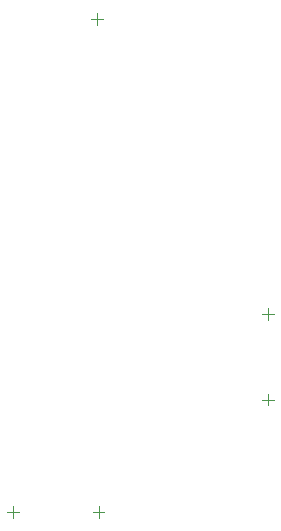
<source format=gbr>
%TF.GenerationSoftware,Altium Limited,Altium Designer,23.3.1 (30)*%
G04 Layer_Color=0*
%FSLAX45Y45*%
%MOMM*%
%TF.SameCoordinates,3FCD108A-851F-4062-9BED-621BEB009867*%
%TF.FilePolarity,Positive*%
%TF.FileFunction,Other,Top_Component_Center*%
%TF.Part,Single*%
G01*
G75*
%TA.AperFunction,NonConductor*%
%ADD52C,0.10000*%
D52*
X4930800Y6427000D02*
Y6527000D01*
X4880800Y6477000D02*
X4980800D01*
X6331316Y3256176D02*
X6431316Y3256175D01*
X6381316Y3206175D02*
Y3306176D01*
X6331316Y3978491D02*
X6431316D01*
X6381316Y4028491D02*
X6381316Y3928491D01*
X4221376Y2255484D02*
Y2355484D01*
X4171376Y2305484D02*
X4271376D01*
X4943691Y2255484D02*
Y2355484D01*
X4893691Y2305484D02*
X4993691D01*
%TF.MD5,008a0024b7dc9fb4b3d581211c489796*%
M02*

</source>
